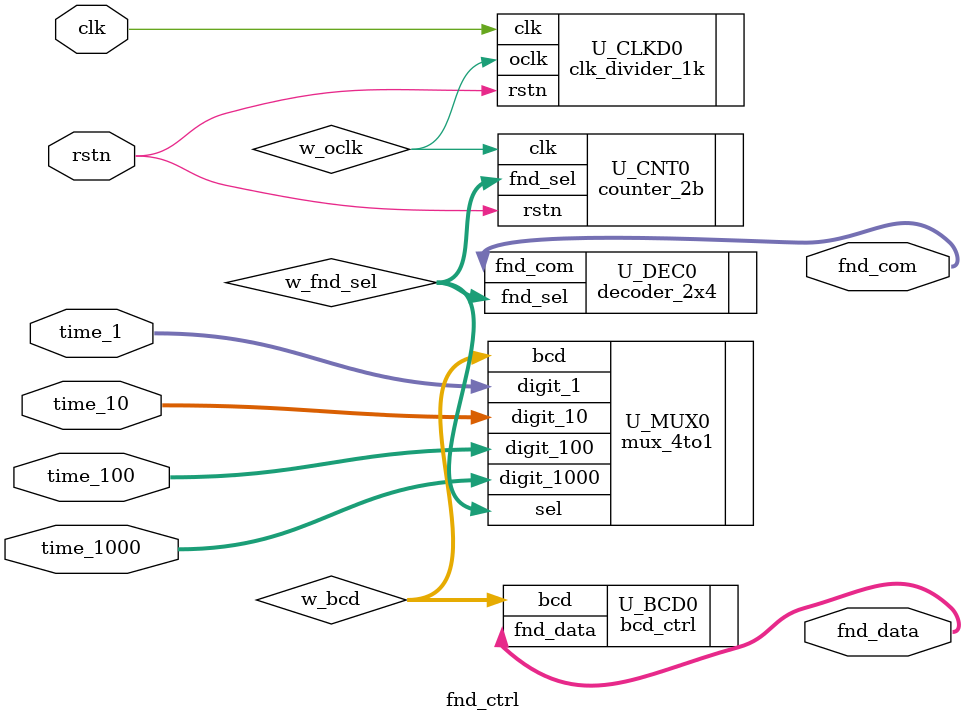
<source format=v>
`timescale 1ns / 1ps


module fnd_ctrl (
    input clk,
    input rstn,
    input [3:0] time_1,
    input [3:0] time_10,
    input [3:0] time_100,
    input [3:0] time_1000,

    output [7:0] fnd_data,
    output [3:0] fnd_com
);

    wire [3:0] w_bcd;
    wire [3:0] w_msec_1, w_msec_10, w_sec_1, w_sec_10;
    wire [1:0] w_fnd_sel;
    wire       w_oclk;
    
    

    mux_4to1 U_MUX0 (
        .sel(w_fnd_sel),
        .digit_1(time_1),
        .digit_10(time_10),
        .digit_100(time_100),
        .digit_1000(time_1000),
        .bcd(w_bcd)
    );

    bcd_ctrl U_BCD0 (
        .bcd(w_bcd),
        .fnd_data(fnd_data)
    );


    decoder_2x4 U_DEC0 (
        .fnd_sel(w_fnd_sel),
        .fnd_com(fnd_com)
    );


    clk_divider_1k U_CLKD0 (
        .clk(clk),
        .rstn(rstn),

        .oclk(w_oclk)
    );

    counter_2b U_CNT0 (
        .clk(w_oclk),
        .rstn(rstn),
        .fnd_sel(w_fnd_sel)
    );

    
endmodule


</source>
